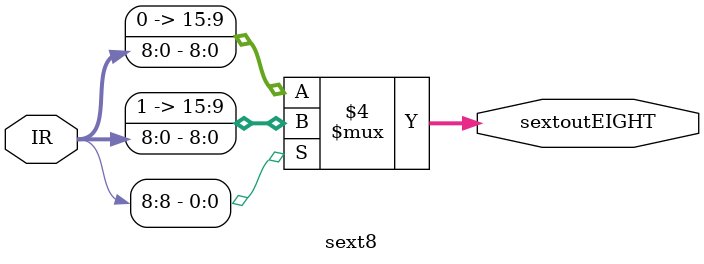
<source format=sv>
module sext8
(
    input logic [8:0] IR,
    output logic [15:0] sextoutEIGHT
);

    always_comb
    if (IR[8] == 1'd1)
        begin
            sextoutEIGHT = {7'b1111111, IR};
        end
    else
        begin
            sextoutEIGHT = {7'b0000000, IR};
        end
endmodule
</source>
